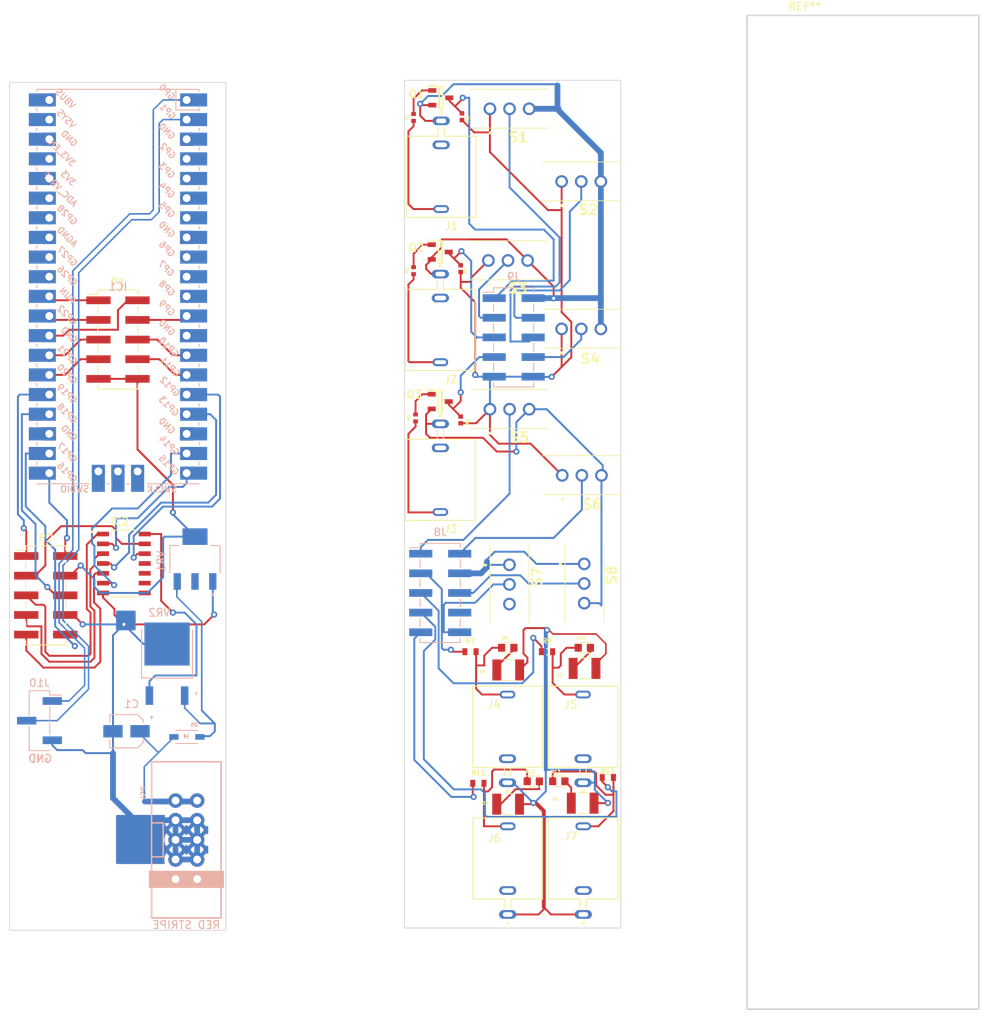
<source format=kicad_pcb>
(kicad_pcb (version 20211014) (generator pcbnew)
  (layers (0 "F.Cu" signal) (31 "B.Cu" signal) (34 "B.Paste" user) (35 "F.Paste" user) (36 "B.SilkS" user "B.Silkscreen") (37 "F.SilkS" user "F.Silkscreen") (38 "B.Mask" user) (39 "F.Mask" user) (44 "Edge.Cuts" user))
  (net 0 "")
  (net 1 "Ground")
  (net 2 "Power")
  (net 3 "Pico")
  (net 4 "3.3V")
  (net 5 "Bus")
  (net 6 "5V")
  (net 7 "Pico-30")
  (net 8 "Pico-29")
  (net 9 "Pico-27")
  (net 10 "Pico-26")
  (net 11 "Pico-25")
  (net 12 "Pico-24")
  (net 13 "Pico-22")
  (net 14 "Pico-21")
  (net 15 "Pico-12")
  (net 16 "Pico-14")
  (net 17 "Pico-15")
  (net 18 "Pico-16")
  (net 19 "Pico-17")
  (net 20 "Pico-19")
  (net 21 "Pico-20")
  (net 22 "Bus-20")
  (net 23 "Bus-17")
  (net 24 "Bus-19")
  (net 25 "Bus-16")
  (net 26 "i2c-SDA")
  (net 27 "i2c-SCL")
  (footprint "Import Library:RESC1608X50N" (layer "F.Cu") (at 160.688577 107.161731)
    (fp_text reference "R10")
    (fp_text value "RESC1608X50N" hide)
  )
  (footprint "Import Library:Out Resist-RES_ERJPA3D1001V" (layer "F.Cu") (at 146.972577 124.687731)
    (fp_text reference "R11")
    (fp_text value "Out Resist-RES_ERJPA3D1001V" hide)
  )
  (footprint "Import Library:200MSP3T1B1M2QEH" (layer "F.Cu") (at 157.827746 84.864079)
    (fp_text reference "S6")
    (fp_text value "200MSP3T1B1M2QEH" hide)
  )
  (footprint "Import Library:200MSP3T1B1M2QEH" (layer "F.Cu") (at 160.676881 96.317504 -90)
    (fp_text reference "S8")
    (fp_text value "200MSP3T1B1M2QEH" hide)
  )
  (footprint "MountingHole:MountingHole_5mm" (layer "F.Cu") (at 196.39639 57.314811)
    (fp_text reference "REF**" hide)
    (fp_text value "MountingHole_5mm")
  )
  (footprint "Import Library:MMBT3904215 " (layer "F.Cu") (at 142.03362 75.326308)
    (fp_text reference "Q3")
    (fp_text value "MMBT3904215 " hide)
  )
  (footprint "Import Library:200MSP3T1B1M2QEH" (layer "F.Cu") (at 148.475749 76.32062)
    (fp_text reference "S5")
    (fp_text value "200MSP3T1B1M2QEH" hide)
  )
  (footprint "Import Library:LED-APD3224SURCK-F01" (layer "F.Cu") (at 160.472887 127.257323)
    (fp_text reference "D4")
    (fp_text value "LED-APD3224SURCK-F01" hide)
  )
  (footprint "Import Library:LED-APD3224SURCK-F01" (layer "F.Cu") (at 160.716562 109.833782)
    (fp_text reference "D2")
    (fp_text value "LED-APD3224SURCK-F01" hide)
  )
  (footprint "Import Library:200MSP3T1B1M2QEH" (layer "F.Cu") (at 148.470256 37.466944)
    (fp_text reference "S1")
    (fp_text value "200MSP3T1B1M2QEH" hide)
  )
  (footprint "Import Library:MMBT3904215 " (layer "F.Cu") (at 142.036422 55.991204)
    (fp_text reference "Q2")
    (fp_text value "MMBT3904215 " hide)
  )
  (footprint "Import Library:RESC1608X50N" (layer "F.Cu") (at 154.084577 124.433731)
    (fp_text reference "R12")
    (fp_text value "RESC1608X50N" hide)
  )
  (footprint "Import Library:200MSP3T1B1M2QEH" (layer "F.Cu") (at 150.994333 96.434161 -90)
    (fp_text reference "S7")
    (fp_text value "200MSP3T1B1M2QEH" hide)
  )
  (footprint "Import Library:THONK_PJ398SM-12" (layer "F.Cu") (at 142.058418 84.691051 180)
    (fp_text reference "J3")
    (fp_text value "PJ3410" hide)
  )
  (footprint "Import Library:200MSP3T1B1M2QEH" (layer "F.Cu") (at 148.268116 57.084377)
    (fp_text reference "S3")
    (fp_text value "200MSP3T1B1M2QEH" hide)
  )
  (footprint "MountingHole:MountingHole_5mm" (layer "F.Cu") (at 205.87301 66.021366)
    (fp_text reference "REF**" hide)
    (fp_text value "MountingHole_5mm")
  )
  (footprint "Import Library:Out Resist-RES_ERJPA3D1001V" (layer "F.Cu") (at 163.736577 123.925731)
    (fp_text reference "R14")
    (fp_text value "Out Resist-RES_ERJPA3D1001V" hide)
  )
  (footprint "Import Library:LED-APD3224SURCK-F01" (layer "F.Cu") (at 150.841739 110.031278)
    (fp_text reference "D1")
    (fp_text value "LED-APD3224SURCK-F01" hide)
  )
  (footprint "Import Library:RES10k_CRGCQ0402F10K" (layer "F.Cu") (at 144.848475 38.489629 -90)
    (fp_text reference "R2")
    (fp_text value "RES10k_CRGCQ0402F10K" hide)
  )
  (footprint "Import Library:THONK_PJ398SM-12" (layer "F.Cu") (at 142.15889 45.510842 180)
    (fp_text reference "J1")
    (fp_text value "PJ3410" hide)
  )
  (footprint "Import Library:RESC1608X50N" (layer "F.Cu") (at 150.782577 107.161731)
    (fp_text reference "R8")
    (fp_text value "RESC1608X50N" hide)
  )
  (footprint "MountingHole:MountingHole_5mm" (layer "F.Cu") (at 205.87301 47.152747)
    (fp_text reference "REF**" hide)
    (fp_text value "MountingHole_5mm")
  )
  (footprint "Connector_PinHeader_2.54mm:PinHeader_2x05_P2.54mm_Vertical_SMD" (layer "F.Cu") (at 100.33 67.31)
    (fp_text reference "P1")
    (fp_text value "PinHeader_2x05_P2.54mm_Vertical_SMD" hide)
  )
  (footprint "MountingHole:MountingHole_6mm" (layer "F.Cu") (at 196.342 118.364)
    (fp_text reference "REF**" hide)
    (fp_text value "MountingHole_6mm")
  )
  (footprint "MountingHole:MountingHole_6mm" (layer "F.Cu") (at 187.58501 45.955366)
    (fp_text reference "REF**" hide)
    (fp_text value "MountingHole_6mm")
  )
  (footprint "MountingHole:MountingHole_5mm" (layer "F.Cu") (at 206.268001 99.081188)
    (fp_text reference "REF**" hide)
    (fp_text value "MountingHole_5mm")
  )
  (footprint "Import Library:In Resist-ERJ-2RKF1003X" (layer "F.Cu") (at 138.844577 77.443731 90)
    (fp_text reference "R5")
    (fp_text value "In Resist-ERJ-2RKF1003X" hide)
  )
  (footprint "MountingHole:MountingHole_6mm" (layer "F.Cu") (at 187.65411 65.551989)
    (fp_text reference "REF**" hide)
    (fp_text value "MountingHole_6mm")
  )
  (footprint "Import Library:RES10k_CRGCQ0402F10K" (layer "F.Cu") (at 144.686577 77.697731 -90)
    (fp_text reference "R6")
    (fp_text value "RES10k_CRGCQ0402F10K" hide)
  )
  (footprint "Import Library:MC74ACT05DG" (layer "F.Cu") (at 101.092 96.266)
    (fp_text reference "IC2")
    (fp_text value "MC74ACT05DG" hide)
  )
  (footprint "MountingHole:MountingHole_6mm" (layer "F.Cu") (at 187.657428 84.926417)
    (fp_text reference "REF**" hide)
    (fp_text value "MountingHole_6mm")
  )
  (footprint "MountingHole:MountingHole_5mm" (layer "F.Cu") (at 196.611907 76.51901)
    (fp_text reference "REF**" hide)
    (fp_text value "MountingHole_5mm")
  )
  (footprint "Import Library:Out Resist-RES_ERJPA3D1001V" (layer "F.Cu") (at 145.956577 107.669731)
    (fp_text reference "R7")
    (fp_text value "Out Resist-RES_ERJPA3D1001V" hide)
  )
  (footprint "Import Library:THONK_PJ398SM-12" (layer "F.Cu") (at 150.774552 135.170265)
    (fp_text reference "J6")
    (fp_text value "PJ3410" hide)
  )
  (footprint "MountingHole:MountingHole_6mm" (layer "F.Cu") (at 206.151175 135.405631)
    (fp_text reference "REF**" hide)
    (fp_text value "MountingHole_6mm")
  )
  (footprint "Import Library:THONK_PJ398SM-12" (layer "F.Cu") (at 150.74299 118.128634)
    (fp_text reference "J4")
    (fp_text value "PJ3410" hide)
  )
  (footprint "MountingHole:MountingHole_6mm" (layer "F.Cu") (at 196.373562 135.405631)
    (fp_text reference "REF**" hide)
    (fp_text value "MountingHole_6mm")
  )
  (footprint "Import Library:In Resist-ERJ-2RKF1003X" (layer "F.Cu") (at 138.590577 38.581731 90)
    (fp_text reference "R1")
    (fp_text value "In Resist-ERJ-2RKF1003X" hide)
  )
  (footprint "Import Library:200MSP3T1B1M2QEH" (layer "F.Cu") (at 157.751676 46.872117)
    (fp_text reference "S2")
    (fp_text value "200MSP3T1B1M2QEH" hide)
  )
  (footprint "Import Library:THONK_PJ398SM-12" (layer "F.Cu") (at 160.552165 135.170265)
    (fp_text reference "J7")
    (fp_text value "PJ3410" hide)
  )
  (footprint "MountingHole:MountingHole_3.2mm_M3" (layer "F.Cu") (at 189.23 28.448)
    (fp_text reference "REF**")
    (fp_text value "MountingHole_3.2mm_M3")
  )
  (footprint "Import Library:MMBT3904215 " (layer "F.Cu") (at 142.117505 36.044917)
    (fp_text reference "Q1")
    (fp_text value "MMBT3904215 " hide)
  )
  (footprint "Import Library:THONK_PJ398SM-12" (layer "F.Cu") (at 160.519066 118.128634)
    (fp_text reference "J5")
    (fp_text value "PJ3410" hide)
  )
  (footprint "MountingHole:MountingHole_6mm" (layer "F.Cu") (at 206.118076 118.364)
    (fp_text reference "REF**" hide)
    (fp_text value "MountingHole_6mm")
  )
  (footprint "MountingHole:MountingHole_5mm" (layer "F.Cu") (at 196.610118 99.199887)
    (fp_text reference "REF**" hide)
    (fp_text value "MountingHole_5mm")
  )
  (footprint "Import Library:Out Resist-RES_ERJPA3D1001V" (layer "F.Cu") (at 155.862577 107.669731)
    (fp_text reference "R9")
    (fp_text value "Out Resist-RES_ERJPA3D1001V" hide)
  )
  (footprint "Import Library:In Resist-ERJ-2RKF1003X" (layer "F.Cu") (at 138.590577 58.393731 90)
    (fp_text reference "R3")
    (fp_text value "In Resist-ERJ-2RKF1003X" hide)
  )
  (footprint "Import Library:LED-APD3224SURCK-F01" (layer "F.Cu") (at 150.827959 127.390817)
    (fp_text reference "D3")
    (fp_text value "LED-APD3224SURCK-F01" hide)
  )
  (footprint "Import Library:RESC1608X50N" (layer "F.Cu") (at 157.386577 124.433731)
    (fp_text reference "R13")
    (fp_text value "RESC1608X50N" hide)
  )
  (footprint "Connector_PinHeader_2.54mm:PinHeader_2x05_P2.54mm_Vertical_SMD" (layer "F.Cu") (at 90.985338 100.381831)
    (fp_text reference "P2")
    (fp_text value "PinHeader_2x05_P2.54mm_Vertical_SMD" hide)
  )
  (footprint "MountingHole:MountingHole_3.2mm_M3" (layer "F.Cu") (at 189.340477 150.753543)
    (fp_text reference "REF**" hide)
    (fp_text value "MountingHole_3.2mm_M3")
  )
  (footprint "MountingHole:MountingHole_5mm" (layer "F.Cu") (at 205.962518 85.053464)
    (fp_text reference "REF**" hide)
    (fp_text value "MountingHole_5mm")
  )
  (footprint "MountingHole:MountingHole_5mm" (layer "F.Cu") (at 196.615382 37.685664)
    (fp_text reference "REF**" hide)
    (fp_text value "MountingHole_5mm")
  )
  (footprint "Import Library:THONK_PJ398SM-12" (layer "F.Cu") (at 142.0551 65.316623 180)
    (fp_text reference "J2")
    (fp_text value "PJ3410" hide)
  )
  (footprint "Import Library:200MSP3T1B1M2QEH" (layer "F.Cu") (at 157.751676 65.929967)
    (fp_text reference "S4")
    (fp_text value "200MSP3T1B1M2QEH" hide)
  )
  (footprint "Import Library:RES10k_CRGCQ0402F10K" (layer "F.Cu") (at 144.686577 58.139731 -90)
    (fp_text reference "R4")
    (fp_text value "RES10k_CRGCQ0402F10K" hide)
  )
  (footprint "Import Library:VREG_LM1117IMPX-3.3_NOPB" (layer "B.Cu") (at 110.29946 95.692345 90)
    (fp_text reference "VR1")
    (fp_text value "VREG_LM1117IMPX-3.3/NOPB" hide)
  )
  (footprint "Import Library:VREG_L7805CDT-TR" (layer "B.Cu") (at 106.68 109.15 180)
    (fp_text reference "VR2")
    (fp_text value "VREG_L7805CDT-TR" hide)
  )
  (footprint "Connector_PinHeader_2.54mm:PinHeader_1x03_P2.54mm_Vertical_SMD_Pin1Left" (layer "B.Cu") (at 90.17 116.586 180)
    (fp_text reference "J10")
    (fp_text value "PinHeader_1x03_P2.54mm_Vertical_SMD_Pin1Left" hide)
  )
  (footprint "Import Library:RPi_Pico_SMD_TH" (layer "B.Cu") (at 100.33 60.452 180)
    (fp_text reference "IC1")
    (fp_text value "RPi_Pico_SMD_TH")
  )
  (footprint "Import Library:Diode-1N5819HW-7-F " (layer "B.Cu") (at 109.251389 118.690674 180)
    (fp_text reference "D5")
    (fp_text value "SOD3715X145N" hide)
  )
  (footprint "winterbloom:Eurorack_Power_2x5_Shrouded" (layer "B.Cu") (at 107.782775 137.083055 90)
    (fp_text reference "PS1")
    (fp_text value "Eurorack_Power_2x5_Shrouded" hide)
  )
  (footprint "Import Library:CAP_EEE-FT1E220AR" (layer "B.Cu") (at 101.433187 117.960103 180)
    (fp_text reference "C1")
    (fp_text value "CAP_EEE-FT1E220AR" hide)
  )
  (footprint "Connector_PinSocket_2.54mm:PinSocket_2x05_P2.54mm_Vertical_SMD" (layer "B.Cu") (at 151.544577 67.029731 180)
    (fp_text reference "J9")
    (fp_text value "PinSocket_2x05_P2.54mm_Vertical_SMD" hide)
  )
  (footprint "Connector_PinSocket_2.54mm:PinSocket_2x05_P2.54mm_Vertical_SMD" (layer "B.Cu") (at 142.036946 100.076 180)
    (fp_text reference "J8")
    (fp_text value "PinSocket_2x05_P2.54mm_Vertical_SMD" hide)
  )
  (gr_rect (start 86.3 34.062269) (end 114.3 143.686607) (layer "Edge.Cuts") (width 0.1) (fill none))
  (gr_rect (start 137.414 33.782) (end 165.414 143.406338) (layer "Edge.Cuts") (width 0.1) (fill none))
  (gr_rect (start 181.74301 25.393366) (end 211.74301 153.893366) (layer "Edge.Cuts") (width 0.2) (fill none))
  (gr_text "PS1" (at 103.632 125.984 90) (layer "B.SilkS") (effects (font (size 0.6096 0.6096) (thickness 0.127)) (justify mirror)))
  (gr_text "GND" (at 90.272072 121.492715) (layer "B.SilkS") (effects (font (size 1 1) (thickness 0.2)) (justify mirror)))
  (segment (start 151.572577 107.161731) (end 151.572577 107.387731) (width 0.25) (layer "F.Cu") (net 0))
  (segment (start 158.176577 124.433731) (end 158.997887 125.255041) (width 0.25) (layer "F.Cu") (net 0))
  (segment (start 149.857491 127.390817) (end 149.352959 127.390817) (width 0.25) (layer "F.Cu") (net 0))
  (segment (start 159.286526 109.833782) (end 159.241562 109.833782) (width 0.25) (layer "F.Cu") (net 0))
  (segment (start 161.478577 107.641731) (end 159.286526 109.833782) (width 0.25) (layer "F.Cu") (net 0))
  (segment (start 151.572577 107.387731) (end 149.366739 109.593569) (width 0.25) (layer "F.Cu") (net 0))
  (segment (start 154.874577 124.433731) (end 154.846577 124.461731) (width 0.25) (layer "F.Cu") (net 0))
  (segment (start 158.997887 125.255041) (end 158.997887 127.257323) (width 0.25) (layer "F.Cu") (net 0))
  (segment (start 154.846577 124.461731) (end 154.846577 125.449731) (width 0.25) (layer "F.Cu") (net 0))
  (segment (start 151.798577 125.449731) (end 149.857491 127.390817) (width 0.25) (layer "F.Cu") (net 0))
  (segment (start 149.366739 109.593569) (end 149.366739 110.031278) (width 0.25) (layer "F.Cu") (net 0))
  (segment (start 154.846577 125.449731) (end 151.798577 125.449731) (width 0.25) (layer "F.Cu") (net 0))
  (segment (start 161.478577 107.161731) (end 161.478577 107.641731) (width 0.25) (layer "F.Cu") (net 0))
  (segment (start 162.191562 109.214746) (end 163.482577 107.923731) (width 0.2) (layer "F.Cu") (net 1))
  (segment (start 152.302959 127.390817) (end 153.921491 127.390817) (width 0.25) (layer "F.Cu") (net 1))
  (segment (start 140.716 80.01) (end 147.574 80.01) (width 0.25) (layer "F.Cu") (net 1))
  (segment (start 99.873831 102.921831) (end 101.092 104.14) (width 0.25) (layer "F.Cu") (net 1))
  (segment (start 155.699739 59.446107) (end 156.718 60.464368) (width 0.25) (layer "F.Cu") (net 1))
  (segment (start 101.6 62.23) (end 100.33 63.5) (width 0.25) (layer "F.Cu") (net 1))
  (segment (start 163.482577 106.653731) (end 162.212577 105.383731) (width 0.2) (layer "F.Cu") (net 1))
  (segment (start 93.510338 102.921831) (end 94.539831 102.921831) (width 0.25) (layer "F.Cu") (net 1))
  (segment (start 112.776 102.87) (end 111.506 104.14) (width 0.25) (layer "F.Cu") (net 1))
  (segment (start 99.873831 102.159831) (end 99.873831 102.921831) (width 0.25) (layer "F.Cu") (net 1))
  (segment (start 139.446 38.354) (end 139.446 36.83) (width 0.25) (layer "F.Cu") (net 1))
  (segment (start 152.814577 107.923731) (end 153.322577 108.431731) (width 0.25) (layer "F.Cu") (net 1))
  (segment (start 153.348116 57.084377) (end 155.699739 59.436) (width 0.25) (layer "F.Cu") (net 1))
  (segment (start 140.122842 39.030842) (end 139.446 38.354) (width 0.25) (layer "F.Cu") (net 1))
  (segment (start 153.921491 127.390817) (end 154.084577 127.227731) (width 0.25) (layer "F.Cu") (net 1))
  (segment (start 140.936422 56.941204) (end 140.936422 56.675578) (width 0.25) (layer "F.Cu") (net 1))
  (segment (start 162.212577 105.383731) (end 156.624577 105.383731) (width 0.2) (layer "F.Cu") (net 1))
  (segment (start 163.706985 127.257323) (end 163.736577 127.227731) (width 0.25) (layer "F.Cu") (net 1))
  (segment (start 156.116577 104.875731) (end 155.862577 104.875731) (width 0.2) (layer "F.Cu") (net 1))
  (segment (start 163.482577 107.923731) (end 163.482577 106.653731) (width 0.2) (layer "F.Cu") (net 1))
  (segment (start 98.392 100.678) (end 99.873831 102.159831) (width 0.25) (layer "F.Cu") (net 1))
  (segment (start 102.855 62.23) (end 101.6 62.23) (width 0.25) (layer "F.Cu") (net 1))
  (segment (start 140.878623 58.836623) (end 140.208 58.166) (width 0.25) (layer "F.Cu") (net 1))
  (segment (start 94.539831 102.921831) (end 95.758 104.14) (width 0.25) (layer "F.Cu") (net 1))
  (segment (start 152.814577 104.875731) (end 152.814577 107.923731) (width 0.25) (layer "F.Cu") (net 1))
  (segment (start 149.352 81.788) (end 151.892 81.788) (width 0.25) (layer "F.Cu") (net 1))
  (segment (start 139.610917 36.994917) (end 139.446 36.83) (width 0.25) (layer "F.Cu") (net 1))
  (segment (start 156.624577 105.383731) (end 156.116577 104.875731) (width 0.2) (layer "F.Cu") (net 1))
  (segment (start 140.93362 76.276308) (end 140.208 77.001928) (width 0.25) (layer "F.Cu") (net 1))
  (segment (start 153.068577 104.621731) (end 152.814577 104.875731) (width 0.25) (layer "F.Cu") (net 1))
  (segment (start 160.552165 141.650265) (end 156.382265 141.650265) (width 0.25) (layer "F.Cu") (net 1))
  (segment (start 155.608577 104.621731) (end 153.068577 104.621731) (width 0.25) (layer "F.Cu") (net 1))
  (segment (start 142.24 54.356) (end 150.619739 54.356) (width 0.25) (layer "F.Cu") (net 1))
  (segment (start 140.208 57.669626) (end 140.936422 56.941204) (width 0.25) (layer "F.Cu") (net 1))
  (segment (start 150.619739 54.356) (end 153.348116 57.084377) (width 0.25) (layer "F.Cu") (net 1))
  (segment (start 141.017505 36.994917) (end 139.610917 36.994917) (width 0.25) (layer "F.Cu") (net 1))
  (segment (start 155.448 140.97) (end 155.448 140.716) (width 0.25) (layer "F.Cu") (net 1))
  (segment (start 93.98 66.04) (end 93.218 66.802) (width 0.25) (layer "F.Cu") (net 1))
  (segment (start 142.058418 78.211051) (end 140.228949 78.211051) (width 0.25) (layer "F.Cu") (net 1))
  (segment (start 142.0551 58.836623) (end 140.878623 58.836623) (width 0.25) (layer "F.Cu") (net 1))
  (segment (start 147.574 80.01) (end 149.352 81.788) (width 0.25) (layer "F.Cu") (net 1))
  (segment (start 140.208 77.001928) (end 140.208 78.232) (width 0.25) (layer "F.Cu") (net 1))
  (segment (start 100.33 63.5) (end 100.33 66.04) (width 0.25) (layer "F.Cu") (net 1))
  (segment (start 142.15889 39.030842) (end 140.122842 39.030842) (width 0.25) (layer "F.Cu") (net 1))
  (segment (start 111.506 104.14) (end 101.092 104.14) (width 0.25) (layer "F.Cu") (net 1))
  (segment (start 156.382265 141.650265) (end 155.448 140.716) (width 0.25) (layer "F.Cu") (net 1))
  (segment (start 140.228949 78.211051) (end 140.208 78.232) (width 0.25) (layer "F.Cu") (net 1))
  (segment (start 98.392 100.076) (end 98.392 100.678) (width 0.25) (layer "F.Cu") (net 1))
  (segment (start 161.947887 127.257323) (end 163.706985 127.257323) (width 0.25) (layer "F.Cu") (net 1))
  (segment (start 93.218 66.802) (end 91.44 66.802) (width 0.25) (layer "F.Cu") (net 1))
  (segment (start 156.718 60.464368) (end 156.718 61.976) (width 0.25) (layer "F.Cu") (net 1))
  (segment (start 155.448 128.27) (end 154.405731 127.227731) (width 0.5) (layer "F.Cu") (net 1))
  (segment (start 155.862577 104.875731) (end 155.608577 104.621731) (width 0.25) (layer "F.Cu") (net 1))
  (segment (start 155.448 140.716) (end 155.448 128.27) (width 0.5) (layer "F.Cu") (net 1))
  (segment (start 140.208 79.502) (end 140.716 80.01) (width 0.25) (layer "F.Cu") (net 1))
  (segment (start 155.699739 59.436) (end 155.699739 59.446107) (width 0.25) (layer "F.Cu") (net 1))
  (segment (start 140.208 58.166) (end 140.208 57.669626) (width 0.25) (layer "F.Cu") (net 1))
  (segment (start 154.767735 141.650265) (end 155.448 140.97) (width 0.25) (layer "F.Cu") (net 1))
  (segment (start 140.936422 56.675578) (end 142.24 55.372) (width 0.25) (layer "F.Cu") (net 1))
  (segment (start 150.774552 141.650265) (end 154.767735 141.650265) (width 0.25) (layer "F.Cu") (net 1))
  (segment (start 140.208 78.232) (end 140.208 79.502) (width 0.25) (layer "F.Cu") (net 1))
  (segment (start 154.405731 127.227731) (end 154.084577 127.227731) (width 0.25) (layer "F.Cu") (net 1))
  (segment (start 100.33 66.04) (end 93.98 66.04) (width 0.25) (layer "F.Cu") (net 1))
  (segment (start 153.322577 108.431731) (end 153.322577 109.02544) (width 0.25) (layer "F.Cu") (net 1))
  (segment (start 153.322577 109.02544) (end 152.316739 110.031278) (width 0.25) (layer "F.Cu") (net 1))
  (segment (start 142.24 55.372) (end 142.24 54.356) (width 0.25) (layer "F.Cu") (net 1))
  (segment (start 162.191562 109.833782) (end 162.191562 109.214746) (width 0.2) (layer "F.Cu") (net 1))
  (via (at 163.736577 127.227731) (size 0.8) (drill 0.4) (layers "F.Cu" "B.Cu") (net 1))
  (via (at 151.892 81.788) (size 0.8) (drill 0.4) (layers "F.Cu" "B.Cu") (net 1))
  (via (at 154.084577 127.227731) (size 0.8) (drill 0.4) (layers "F.Cu" "B.Cu") (net 1))
  (via (at 139.446 36.83) (size 0.8) (drill 0.4) (layers "F.Cu" "B.Cu") (net 1))
  (via (at 155.862577 104.875731) (size 0.8) (drill 0.4) (layers "F.Cu" "B.Cu") (net 1))
  (via (at 101.092 104.14) (size 0.8) (drill 0.4) (layers "F.Cu" "B.Cu") (net 1))
  (via (at 95.758 104.14) (size 0.8) (drill 0.4) (layers "F.Cu" "B.Cu") (net 1))
  (via (at 156.718 61.976) (size 0.8) (drill 0.4) (layers "F.Cu" "B.Cu") (net 1))
  (via (at 112.776 102.87) (size 0.8) (drill 0.4) (layers "F.Cu" "B.Cu") (net 1))
  (segment (start 151.892 81.788) (end 151.892 77.984369) (width 0.25) (layer "B.Cu") (net 1))
  (segment (start 99.683187 105.548813) (end 99.683187 117.960103) (width 0.25) (layer "B.Cu") (net 1))
  (segment (start 154.084577 127.227731) (end 154.204269 127.227731) (width 0.25) (layer "B.Cu") (net 1))
  (segment (start 95.758 104.14) (end 101.092 104.14) (width 0.25) (layer "B.Cu") (net 1))
  (segment (start 162.831676 46.872117) (end 162.831676 62.720324) (width 0.75) (layer "B.Cu") (net 1))
  (segment (start 162.831676 65.929967) (end 162.831676 62.144886) (width 0.75) (layer "B.Cu") (net 1))
  (segment (start 107.782775 132.003055) (end 107.782775 129.463055) (width 0.75) (layer "B.Cu") (net 1))
  (segment (start 163.068 83.566) (end 163.068 84.703825) (width 0.25) (layer "B.Cu") (net 1))
  (segment (start 103.632 106.68) (end 106.68 106.68) (width 0.25) (layer "B.Cu") (net 1))
  (segment (start 107.782775 134.543055) (end 107.782775 132.003055) (width 0.75) (layer "B.Cu") (net 1))
  (segment (start 162.052 125.543154) (end 162.052 124.714) (width 0.25) (layer "B.Cu") (net 1))
  (segment (start 162.907746 84.864079) (end 162.907746 101.693746) (width 0.25) (layer "B.Cu") (net 1))
  (segment (start 153.555749 76.32062) (end 155.82262 76.32062) (width 0.25) (layer "B.Cu") (net 1))
  (segment (start 95.758 120.396) (end 92.456 120.396) (width 0.25) (layer "B.Cu") (net 1))
  (segment (start 163.736577 127.227731) (end 162.052 125.543154) (width 0.25) (layer "B.Cu") (net 1))
  (segment (start 99.683187 126.607187) (end 102.539055 129.463055) (width 0.75) (layer "B.Cu") (net 1))
  (segment (start 99.683187 120.788813) (end 99.683187 126.607187) (width 0.75) (layer "B.Cu") (net 1))
  (segment (start 143.764 34.29) (end 157.226 34.29) (width 0.25) (layer "B.Cu") (net 1))
  (segment (start 161.544 122.936) (end 155.702 122.936) (width 0.25) (layer "B.Cu") (net 1))
  (segment (start 151.892 77.984369) (end 153.555749 76.32062) (width 0.25) (layer "B.Cu") (net 1))
  (segment (start 140.462 35.814) (end 142.24 35.814) (width 0.25) (layer "B.Cu") (net 1))
  (segment (start 157.210109 34.449371) (end 157.210109 37.531809) (width 0.75) (layer "B.Cu") (net 1))
  (segment (start 107.782775 132.003055) (end 110.576775 132.003055) (width 0.75) (layer "B.Cu") (net 1))
  (segment (start 99.683187 117.960103) (end 99.683187 120.788813) (width 0.25) (layer "B.Cu") (net 1))
  (segment (start 102.539055 129.463055) (end 107.782775 129.463055) (width 0.75) (layer "B.Cu") (net 1))
  (segment (start 101.092 104.14) (end 99.683187 105.548813) (width 0.25) (layer "B.Cu") (net 1))
  (segment (start 112.59946 98.592345) (end 112.59946 102.69346) (width 0.25) (layer "B.Cu") (net 1))
  (segment (start 139.446 36.83) (end 140.462 35.814) (width 0.25) (layer "B.Cu") (net 1))
  (segment (start 110.576775 134.543055) (end 107.782775 134.543055) (width 0.75) (layer "B.Cu") (net 1))
  (segment (start 162.831676 43.153376) (end 162.831676 46.872117) (width 0.75) (layer "B.Cu") (net 1))
  (segment (start 101.092 104.14) (end 103.632 106.68) (width 0.25) (layer "B.Cu") (net 1))
  (segment (start 155.702 125.73) (end 155.702 122.936) (width 0.25) (layer "B.Cu") (net 1))
  (segment (start 91.825 119.765) (end 91.825 119.126) (width 0.25) (layer "B.Cu") (net 1))
  (segment (start 162.052 123.444) (end 161.544 122.936) (width 0.25) (layer "B.Cu") (net 1))
  (segment (start 145.092665 102.616) (end 144.556946 102.616) (width 0.25) (layer "B.Cu") (net 1))
  (segment (start 155.702 105.036308) (end 155.862577 104.875731) (width 0.5) (layer "B.Cu") (net 1))
  (segment (start 155.702 122.936) (end 155.702 105.036308) (width 0.5) (layer "B.Cu") (net 1))
  (segment (start 160.519066 124.608634) (end 161.946634 124.608634) (width 0.25) (layer "B.Cu") (net 1))
  (segment (start 161.946634 124.608634) (end 162.052 124.714) (width 0.25) (layer "B.Cu") (net 1))
  (segment (start 150.74299 124.608634) (end 151.46548 124.608634) (width 0.25) (layer "B.Cu") (net 1))
  (segment (start 110.576775 132.003055) (end 110.576775 134.543055) (width 0.75) (layer "B.Cu") (net 1))
  (segment (start 155.82262 76.32062) (end 163.068 83.566) (width 0.25) (layer "B.Cu") (net 1))
  (segment (start 162.907746 101.693746) (end 162.611504 101.397504) (width 0.25) (layer "B.Cu") (net 1))
  (segment (start 153.550256 37.466944) (end 157.354944 37.466944) (width 0.75) (layer "B.Cu") (net 1))
  (segment (start 110.576775 129.463055) (end 110.576775 132.003055) (width 0.75) (layer "B.Cu") (net 1))
  (segment (start 162.052 124.714) (end 162.052 123.444) (width 0.25) (layer "B.Cu") (net 1))
  (segment (start 157.210109 37.531809) (end 162.831676 43.153376) (width 0.75) (layer "B.Cu") (net 1))
  (segment (start 112.59946 102.69346) (end 112.776 102.87) (width 0.25) (layer "B.Cu") (net 1))
  (segment (start 151.46548 124.608634) (end 154.084577 127.227731) (width 0.25) (layer "B.Cu") (net 1))
  (segment (start 142.24 35.814) (end 143.764 34.29) (width 0.25) (layer "B.Cu") (net 1))
  (segment (start 154.204269 127.227731) (end 155.702 125.73) (width 0.25) (layer "B.Cu") (net 1))
  (segment (start 96.150813 120.788813) (end 99.683187 120.788813) (width 0.25) (layer "B.Cu") (net 1))
  (segment (start 107.782775 129.463055) (end 110.576775 129.463055) (width 0.75) (layer "B.Cu") (net 1))
  (segment (start 96.150813 120.788813) (end 95.758 120.396) (width 0.25) (layer "B.Cu") (net 1))
  (segment (start 92.456 120.396) (end 91.825 119.765) (width 0.25) (layer "B.Cu") (net 1))
  (segment (start 163.068 84.703825) (end 162.907746 84.864079) (width 0.25) (layer "B.Cu") (net 1))
  (segment (start 162.636521 61.949731) (end 154.064577 61.949731) (width 0.75) (layer "B.Cu") (net 1))
  (segment (start 162.611504 101.397504) (end 160.676881 101.397504) (width 0.25) (layer "B.Cu") (net 1))
  (segment (start 111.252 115.316) (end 111.169312 115.233312) (width 0.2) (layer "B.Cu") (net 2))
  (segment (start 107.571389 118.716723) (end 105.566417 120.721695) (width 0.2) (layer "B.Cu") (net 2))
  (segment (start 107.95 98.641805) (end 107.99946 98.592345) (width 0.2) (layer "B.Cu") (net 2))
  (segment (start 105.566417 120.721695) (end 103.183187 118.338465) (width 0.2) (layer "B.Cu") (net 2))
  (segment (start 107.833 127.04) (end 110.627 127.04) (width 0.75) (layer "B.Cu") (net 2))
  (segment (start 112.865797 117.964227) (end 112.865797 116.969009) (width 0.25) (layer "B.Cu") (net 2))
  (segment (start 103.813815 127.04) (end 107.833 127.04) (width 0.75) (layer "B.Cu") (net 2))
  (segment (start 108.96 114.942392) (end 108.96 113.35) (width 0.2) (layer "B.Cu") (net 2))
  (segment (start 103.731721 127.122094) (end 103.731721 122.556391) (width 0.2) (layer "B.Cu") (net 2))
  (segment (start 107.95 100.584) (end 107.95 98.641805) (width 0.2) (layer "B.Cu") (net 2))
  (segment (start 103.183187 118.338465) (end 103.183187 117.960103) (width 0.2) (layer "B.Cu") (net 2))
  (segment (start 112.240012 118.590012) (end 111.279988 118.590012) (width 0.25) (layer "B.Cu") (net 2))
  (segment (start 110.965912 116.948304) (end 108.96 114.942392) (width 0.2) (layer "B.Cu") (net 2))
  (segment (start 103.731721 127.122094) (end 103.813815 127.04) (width 0.2) (layer "B.Cu") (net 2))
  (segment (start 103.731721 122.556391) (end 105.566417 120.721695) (width 0.2) (layer "B.Cu") (net 2))
  (segment (start 111.169312 103.803312) (end 107.95 100.584) (width 0.2) (layer "B.Cu") (net 2))
  (segment (start 112.240012 118.590012) (end 112.865797 117.964227) (width 0.25) (layer "B.Cu") (net 2))
  (segment (start 112.845092 116.948304) (end 110.965912 116.948304) (width 0.25) (layer "B.Cu") (net 2))
  (segment (start 111.252 115.355212) (end 112.845092 116.948304) (width 0.25) (layer "B.Cu") (net 2))
  (segment (start 111.169312 115.233312) (end 111.169312 103.803312) (width 0.2) (layer "B.Cu") (net 2))
  (segment (start 138.590577 36.161423) (end 139.657083 35.094917) (width 0.25) (layer "F.Cu") (net 3))
  (segment (start 138.844577 76.998731) (end 138.844577 75.277423) (width 0.25) (layer "F.Cu") (net 3))
  (segment (start 139.745692 74.376308) (end 140.93362 74.376308) (width 0.25) (layer "F.Cu") (net 3))
  (segment (start 138.590577 57.948731) (end 138.590577 56.227423) (width 0.25) (layer "F.Cu") (net 3))
  (segment (start 138.590577 38.136731) (end 138.590577 36.161423) (width 0.25) (layer "F.Cu") (net 3))
  (segment (start 138.590577 56.227423) (end 139.776796 55.041204) (width 0.25) (layer "F.Cu") (net 3))
  (segment (start 139.776796 55.041204) (end 140.936422 55.041204) (width 0.25) (layer "F.Cu") (net 3))
  (segment (start 138.844577 75.277423) (end 139.745692 74.376308) (width 0.25) (layer "F.Cu") (net 3))
  (segment (start 139.657083 35.094917) (end 141.017505 35.094917) (width 0.25) (layer "F.Cu") (net 3))
  (via (at 144.686577 74.141731) (size 0.8) (drill 0.4) (layers "F.Cu" "B.Cu") (net 3))
  (via (at 99.822 96.774) (size 0.8) (drill 0.4) (layers "F.Cu" "B.Cu") (net 3))
  (via (at 91.186 99.314) (size 0.8) (drill 0.4) (layers "F.Cu" "B.Cu") (net 3))
  (via (at 88.138 91.694) (size 0.8) (drill 0.4) (layers "F.Cu" "B.Cu") (net 3))
  (via (at 93.726 92.964) (size 0.8) (drill 0.4) (layers "F.Cu" "B.Cu") (net 3))
  (via (at 100.076 94.234) (size 0.8) (drill 0.4) (layers "F.Cu" "B.Cu") (net 3))
  (via (at 94.742 106.934) (size 0.8) (drill 0.4) (layers "F.Cu" "B.Cu") (net 3))
  (via (at 102.362 95.504) (size 0.8) (drill 0.4) (layers "F.Cu" "B.Cu") (net 3))
  (via (at 99.822 99.06) (size 0.8) (drill 0.4) (layers "F.Cu" "B.Cu") (net 3))
  (via (at 144.940577 36.041731) (size 0.8) (drill 0.4) (layers "F.Cu" "B.Cu") (net 3))
  (via (at 144.78 55.88) (size 0.8) (drill 0.4) (layers "F.Cu" "B.Cu") (net 3))
  (segment (start 148.268116 57.084377) (end 146.05 59.302493) (width 0.25) (layer "F.Cu") (net 4))
  (segment (start 159.004 65.024) (end 159.004 69.596) (width 0.25) (layer "F.Cu") (net 4))
  (segment (start 146.05 59.302493) (end 146.05 59.69) (width 0.25) (layer "F.Cu") (net 4))
  (segment (start 144.686577 58.574731) (end 144.686577 59.850577) (width 0.25) (layer "F.Cu") (net 4))
  (segment (start 144.686577 59.850577) (end 144.686577 60.612577) (width 0.25) (layer "F.Cu") (net 4))
  (segment (start 107.442 89.662) (end 107.442 86.106) (width 0.25) (layer "F.Cu") (net 4))
  (segment (start 157.751676 63.771676) (end 159.004 65.024) (width 0.25) (layer "F.Cu") (net 4))
  (segment (start 148.470256 37.466944) (end 148.470256 40.520256) (width 0.25) (layer "F.Cu") (net 4))
  (segment (start 148.470256 40.520256) (end 148.470256 43.060256) (width 0.25) (layer "F.Cu") (net 4))
  (segment (start 144.686577 78.132731) (end 146.663638 78.132731) (width 0.25) (layer "F.Cu") (net 4))
  (segment (start 102.855 81.519) (end 102.855 72.39) (width 0.25) (layer "F.Cu") (net 4))
  (segment (start 157.827746 84.864079) (end 153.735667 80.772) (width 0.25) (layer "F.Cu") (net 4))
  (segment (start 146.05 40.132) (end 146.438256 40.520256) (width 0.25) (layer "F.Cu") (net 4))
  (segment (start 159.004 69.596) (end 157.751676 70.848324) (width 0.25) (layer "F.Cu") (net 4))
  (segment (start 157.751676 65.929967) (end 157.751676 70.848324) (width 0.25) (layer "F.Cu") (net 4))
  (segment (start 146.558 62.484) (end 146.558 71.882) (width 0.25) (layer "F.Cu") (net 4))
  (segment (start 97.805 72.39) (end 102.855 72.39) (width 0.25) (layer "F.Cu") (net 4))
  (segment (start 107.442 86.106) (end 102.855 81.519) (width 0.25) (layer "F.Cu") (net 4))
  (segment (start 93.510338 97.841831) (end 94.182169 97.841831) (width 0.25) (layer "F.Cu") (net 4))
  (segment (start 157.751676 46.872117) (end 157.751676 50.563676) (width 0.25) (layer "F.Cu") (net 4))
  (segment (start 149.606 80.772) (end 148.475749 79.641749) (width 0.25) (layer "F.Cu") (net 4))
  (segment (start 107.442 86.106) (end 102.87 81.534) (width 0.25) (layer "F.Cu") (net 4))
  (segment (start 144.848475 38.924629) (end 146.05 40.126154) (width 0.25) (layer "F.Cu") (net 4))
  (segment (start 146.05 61.976) (end 146.558 62.484) (width 0.25) (layer "F.Cu") (net 4))
  (segment (start 146.05 59.69) (end 145.889423 59.850577) (width 0.25) (layer "F.Cu") (net 4))
  (segment (start 144.686577 60.612577) (end 146.05 61.976) (width 0.25) (layer "F.Cu") (net 4))
  (segment (start 155.973676 50.563676) (end 157.751676 50.563676) (width 0.25) (layer "F.Cu") (net 4))
  (segment (start 148.470256 43.060256) (end 155.973676 50.563676) (width 0.25) (layer "F.Cu") (net 4))
  (segment (start 146.438256 40.520256) (end 148.470256 40.520256) (width 0.25) (layer "F.Cu") (net 4))
  (segment (start 146.663638 78.132731) (end 148.475749 76.32062) (width 0.25) (layer "F.Cu") (net 4))
  (segment (start 146.05 40.126154) (end 146.05 40.132) (width 0.25) (layer "F.Cu") (net 4))
  (segment (start 94.182169 97.841831) (end 95.504 96.52) (width 0.25) (layer "F.Cu") (net 4))
  (segment (start 157.751676 70.848324) (end 156.464 72.136) (width 0.25) (layer "F.Cu") (net 4))
  (segment (start 153.735667 80.772) (end 149.606 80.772) (width 0.25) (layer "F.Cu") (net 4))
  (segment (start 145.889423 59.850577) (end 144.686577 59.850577) (width 0.25) (layer "F.Cu") (net 4))
  (segment (start 157.751676 50.563676) (end 157.751676 63.771676) (width 0.25) (layer "F.Cu") (net 4))
  (segment (start 148.475749 79.641749) (end 148.475749 76.32062) (width 0.25) (layer "F.Cu") (net 4))
  (via (at 146.558 71.882) (size 0.8) (drill 0.4) (layers "F.Cu" "B.Cu") (net 4))
  (via (at 107.442 89.662) (size 0.8) (drill 0.4) (layers "F.Cu" "B.Cu") (net 4))
  (via (at 156.464 72.136) (size 0.8) (drill 0.4) (layers "F.Cu" "B.Cu") (net 4))
  (via (at 95.504 96.52) (size 0.8) (drill 0.4) (layers "F.Cu" "B.Cu") (net 4))
  (segment (start 106.172 92.964) (end 106.343655 92.792345) (width 0.25) (layer "B.Cu") (net 4))
  (segment (start 107.442 89.916) (end 110.29946 92.77346) (width 0.25) (layer "B.Cu") (net 4))
  (segment (start 148.082 95.758) (end 149.098 94.742) (width 0.25) (layer "B.Cu") (net 4))
  (segment (start 148.082 96.774) (end 147.32 97.536) (width 0.75) (layer "B.Cu") (net 4))
  (segment (start 146.558 71.882) (end 146.785731 72.109731) (width 0.25) (layer "B.Cu") (net 4))
  (segment (start 148.475749 72.658559) (end 149.024577 72.109731) (width 0.25) (layer "B.Cu") (net 4))
  (segment (start 97.282 98.298) (end 97.282 99.314) (width 0.25) (layer "B.Cu") (net 4))
  (segment (start 106.172 98.044) (end 106.172 92.964) (width 0.25) (layer "B.Cu") (net 4))
  (segment (start 156.464 72.136) (end 154.090846 72.136) (width 0.25) (layer "B.Cu") (net 4))
  (segment (start 149.098 94.742) (end 152.908 94.742) (width 0.25) (layer "B.Cu") (net 4))
  (segment (start 152.908 94.742) (end 154.483504 96.317504) (width 0.25) (layer "B.Cu") (net 4))
  (segment (start 147.32 97.536) (end 144.556946 97.536) (width 0.75) (layer "B.Cu") (net 4))
  (segment (start 146.785731 72.109731) (end 149.024577 72.109731) (width 0.25) (layer "B.Cu") (net 4))
  (segment (start 104.14 100.076) (end 106.172 98.044) (width 0.25) (layer "B.Cu") (net 4))
  (segment (start 95.504 96.52) (end 97.282 98.298) (width 0.25) (layer "B.Cu") (net 4))
  (segment (start 110.29946 92.77346) (end 110.29946 92.792345) (width 0.25) (layer "B.Cu") (net 4))
  (segment (start 98.044 100.076) (end 104.14 100.076) (width 0.25) (layer "B.Cu") (net 4))
  (segment (start 149.024577 72.109731) (end 154.064577 72.109731) (width 0.25) (layer "B.Cu") (net 4))
  (segment (start 154.483504 96.317504) (end 160.676881 96.317504) (width 0.25) (layer "B.Cu") (net 4))
  (segment (start 148.082 96.012) (end 148.082 95.758) (width 0.25) (layer "B.Cu") (net 4))
  (segment (start 106.343655 92.792345) (end 110.29946 92.792345) (width 0.25) (layer "B.Cu") (net 4))
  (segment (start 154.090846 72.136) (end 154.064577 72.109731) (width 0.25) (layer "B.Cu") (net 4))
  (segment (start 97.282 99.314) (end 98.044 100.076) (width 0.25) (layer "B.Cu") (net 4))
  (segment (start 148.504161 96.434161) (end 150.994333 96.434161) (width 0.25) (layer "B.Cu") (net 4))
  (segment (start 107.442 89.662) (end 107.442 89.916) (width 0.25) (layer "B.Cu") (net 4))
  (segment (start 148.082 96.012) (end 148.504161 96.434161) (width 0.25) (layer "B.Cu") (net 4))
  (segment (start 148.475749 76.32062) (end 148.475749 72.658559) (width 0.25) (layer "B.Cu") (net 4))
  (segment (start 148.082 96.012) (end 148.082 96.774) (width 0.75) (layer "B.Cu") (net 4))
  (via (at 163.736577 125.195731) (size 0.8) (drill 0.4) (layers "F.Cu" "B.Cu") (net 5))
  (via (at 143.416577 107.415731) (size 0.8) (drill 0.4) (layers "F.Cu" "B.Cu") (net 5))
  (via (at 146.354946 126.440169) (size 0.8) (drill 0.4) (layers "F.Cu" "B.Cu") (net 5))
  (via (at 154.084577 105.891731) (size 0.8) (drill 0.4) (layers "F.Cu" "B.Cu") (net 5))
  (segment (start 107.442 102.616) (end 105.918 101.092) (width 0.25) (layer "F.Cu") (net 6))
  (segment (start 105.918 101.092) (end 105.918 92.456) (width 0.25) (layer "F.Cu") (net 6))
  (segment (start 105.918 92.456) (end 103.792 92.456) (width 0.25) (layer "F.Cu") (net 6))
  (via (at 107.442 102.616) (size 0.8) (drill 0.4) (layers "F.Cu" "B.Cu") (net 6))
  (segment (start 105.156 110.744) (end 110.49 110.744) (width 0.25) (layer "B.Cu") (net 6))
  (segment (start 108.966 102.616) (end 107.442 102.616) (width 0.25) (layer "B.Cu") (net 6))
  (segment (start 110.49 110.744) (end 110.49 104.14) (width 0.25) (layer "B.Cu") (net 6))
  (segment (start 104.4 111.5) (end 105.156 110.744) (width 0.25) (layer "B.Cu") (net 6))
  (segment (start 104.4 113.35) (end 104.4 111.5) (width 0.25) (layer "B.Cu") (net 6))
  (segment (start 104.4 113.35) (end 104.46 113.35) (width 0.25) (layer "B.Cu") (net 6))
  (segment (start 110.49 104.14) (end 108.966 102.616) (width 0.25) (layer "B.Cu") (net 6))
  (segment (start 143.947923 37.154077) (end 144.848475 38.054629) (width 0.25) (layer "F.Cu") (net 7))
  (segment (start 137.922 40.386) (end 138.590577 39.717423) (width 0.25) (layer "F.Cu") (net 7))
  (segment (start 138.568842 50.430842) (end 137.922 49.784) (width 0.25) (layer "F.Cu") (net 7))
  (segment (start 137.922 49.784) (end 137.922 40.386) (width 0.25) (layer "F.Cu") (net 7))
  (segment (start 91.948 62.23) (end 91.44 61.722) (width 0.25) (layer "F.Cu") (net 7))
  (segment (start 144.940577 36.161423) (end 144.940577 36.041731) (width 0.25) (layer "F.Cu") (net 7))
  (segment (start 144.937391 36.044917) (end 144.940577 36.041731) (width 0.25) (layer "F.Cu") (net 7))
  (segment (start 143.217505 36.423659) (end 143.947923 37.154077) (width 0.25) (layer "F.Cu") (net 7))
  (segment (start 142.15889 50.430842) (end 138.568842 50.430842) (width 0.25) (layer "F.Cu") (net 7))
  (segment (start 97.805 62.23) (end 91.948 62.23) (width 0.25) (layer "F.Cu") (net 7))
  (segment (start 143.217505 36.044917) (end 143.217505 36.423659) (width 0.25) (layer "F.Cu") (net 7))
  (segment (start 138.590577 39.717423) (end 138.590577 39.026731) (width 0.25) (layer "F.Cu") (net 7))
  (segment (start 143.947923 37.154077) (end 144.940577 36.161423) (width 0.25) (layer "F.Cu") (net 7))
  (segment (start 145.769731 36.041731) (end 144.940577 36.041731) (width 0.25) (layer "B.Cu") (net 7))
  (segment (start 156.718 59.69) (end 156.718 54.356) (width 0.25) (layer "B.Cu") (net 7))
  (segment (start 149.378269 61.949731) (end 149.024577 61.949731) (width 0.25) (layer "B.Cu") (net 7))
  (segment (start 149.024577 61.949731) (end 149.124269 61.949731) (width 0.25) (layer "B.Cu") (net 7))
  (segment (start 146.558 53.086) (end 145.796 52.324) (width 0.25) (layer "B.Cu") (net 7))
  (segment (start 156.718 54.356) (end 155.448 53.086) (width 0.25) (layer "B.Cu") (net 7))
  (segment (start 155.448 53.086) (end 146.558 53.086) (width 0.25) (layer "B.Cu") (net 7))
  (segment (start 145.796 52.324) (end 145.796 36.068) (width 0.25) (layer "B.Cu") (net 7))
  (segment (start 145.796 36.068) (end 145.769731 36.041731) (width 0.25) (layer "B.Cu") (net 7))
  (segment (start 149.124269 61.949731) (end 151.384 59.69) (width 0.25) (layer "B.Cu") (net 7))
  (segment (start 151.384 59.69) (end 156.718 59.69) (width 0.25) (layer "B.Cu") (net 7))
  (segment (start 91.948 64.77) (end 91.44 64.262) (width 0.25) (layer "F.Cu") (net 8))
  (segment (start 97.805 64.77) (end 91.948 64.77) (width 0.25) (layer "F.Cu") (net 8))
  (segment (start 147.066 60.826493) (end 147.066 64.262) (width 0.25) (layer "B.Cu") (net 8))
  (segment (start 147.066 64.262) (end 147.293731 64.489731) (width 0.25) (layer "B.Cu") (net 8))
  (segment (start 150.808116 57.084377) (end 147.066 60.826493) (width 0.25) (layer "B.Cu") (net 8))
  (segment (start 147.293731 64.489731) (end 149.024577 64.489731) (width 0.25) (layer "B.Cu") (net 8))
  (segment (start 144.78 55.88) (end 144.797895 55.862105) (width 0.25) (layer "F.Cu") (net 9))
  (segment (start 142.0551 70.236623) (end 138.054623 70.236623) (width 0.25) (layer "F.Cu") (net 9))
  (segment (start 138.054623 70.236623) (end 137.922 70.104) (width 0.25) (layer "F.Cu") (net 9))
  (segment (start 143.136422 56.154576) (end 143.820923 56.839077) (width 0.25) (layer "F.Cu") (net 9))
  (segment (start 137.922 70.104) (end 137.922 60.198) (width 0.25) (layer "F.Cu") (net 9))
  (segment (start 137.922 60.198) (end 138.590577 59.529423) (width 0.25) (layer "F.Cu") (net 9))
  (segment (start 97.805 67.31) (end 95.504 67.31) (width 0.25) (layer "F.Cu") (net 9))
  (segment (start 144.78 55.88) (end 143.820923 56.839077) (width 0.25) (layer "F.Cu") (net 9))
  (segment (start 143.820923 56.839077) (end 144.686577 57.704731) (width 0.25) (layer "F.Cu") (net 9))
  (segment (start 138.590577 59.529423) (end 138.590577 58.838731) (width 0.25) (layer "F.Cu") (net 9))
  (segment (start 143.136422 55.991204) (end 143.136422 56.154576) (width 0.25) (layer "F.Cu") (net 9))
  (segment (start 93.472 69.342) (end 91.44 69.342) (width 0.25) (layer "F.Cu") (net 9))
  (segment (start 95.504 67.31) (end 93.472 69.342) (width 0.25) (layer "F.Cu") (net 9))
  (segment (start 146.838269 67.029731) (end 149.024577 67.029731) (width 0.25) (layer "B.Cu") (net 9))
  (segment (start 142.0551 70.236623) (end 142.305469 70.236623) (width 0.25) (layer "B.Cu") (net 9))
  (segment (start 144.78 55.88) (end 146.05 57.15) (width 0.25) (layer "B.Cu") (net 9))
  (segment (start 146.05 66.294) (end 146.812 67.056) (width 0.25) (layer "B.Cu") (net 9))
  (segment (start 146.05 57.15) (end 146.05 66.294) (width 0.25) (layer "B.Cu") (net 9))
  (segment (start 146.812 67.056) (end 146.838269 67.029731) (width 0.25) (layer "B.Cu") (net 9))
  (segment (start 143.13362 75.326308) (end 143.13362 75.709774) (width 0.25) (layer "F.Cu") (net 10))
  (segment (start 143.693923 76.270077) (end 144.686577 75.277423) (width 0.25) (layer "F.Cu") (net 10))
  (segment (start 97.805 69.85) (end 95.504 69.85) (width 0.25) (layer "F.Cu") (net 10))
  (segment (start 143.13362 75.709774) (end 143.693923 76.270077) (width 0.25) (layer "F.Cu") (net 10))
  (segment (start 141.20164 89.611051) (end 141.150691 89.662) (width 0.25) (layer "F.Cu") (net 10))
  (segment (start 93.472 71.882) (end 91.44 71.882) (width 0.25) (layer "F.Cu") (net 10))
  (segment (start 141.150691 89.662) (end 137.922 89.662) (width 0.25) (layer "F.Cu") (net 10))
  (segment (start 143.13362 75.326308) (end 143.502 75.326308) (width 0.25) (layer "F.Cu") (net 10))
  (segment (start 137.922 79.502) (end 138.844577 78.579423) (width 0.25) (layer "F.Cu") (net 10))
  (segment (start 143.693923 76.270077) (end 144.686577 77.262731) (width 0.25) (layer "F.Cu") (net 10))
  (segment (start 144.686577 75.277423) (end 144.686577 74.141731) (width 0.25) (layer "F.Cu") (net 10))
  (segment (start 137.922 89.662) (end 137.922 79.502) (width 0.25) (layer "F.Cu") (net 10))
  (segment (start 95.504 69.85) (end 93.472 71.882) (width 0.25) (layer "F.Cu") (net 10))
  (segment (start 138.844577 78.579423) (end 138.844577 77.888731) (width 0.25) (layer "F.Cu") (net 10))
  (segment (start 142.058418 89.611051) (end 141.20164 89.611051) (width 0.25) (layer "F.Cu") (net 10))
  (segment (start 144.686577 71.975423) (end 147.092269 69.569731) (width 0.25) (layer "B.Cu") (net 10))
  (segment (start 147.092269 69.569731) (end 149.024577 69.569731) (width 0.25) (layer "B.Cu") (net 10))
  (segment (start 144.686577 74.141731) (end 144.686577 71.975423) (width 0.25) (layer "B.Cu") (net 10))
  (segment (start 142.058418 89.611051) (end 141.663257 89.611051) (width 0.25) (layer "B.Cu") (net 10))
  (segment (start 88.460338 95.301831) (end 88.460338 92.016338) (width 0.25) (layer "F.Cu") (net 11))
  (segment (start 88.460338 92.016338) (end 88.138 91.694) (width 0.25) (layer "F.Cu") (net 11))
  (segment (start 151.015749 76.32062) (end 151.015749 87.236251) (width 0.25) (layer "B.Cu") (net 11))
  (segment (start 88.138 91.694) (end 88.138 90.678) (width 0.25) (layer "B.Cu") (net 11))
  (segment (start 139.516946 94.163054) (end 139.516946 94.996) (width 0.25) (layer "B.Cu") (net 11))
  (segment (start 145.034 93.218) (end 140.462 93.218) (width 0.25) (layer "B.Cu") (net 11))
  (segment (start 87.376 74.676) (end 87.63 74.422) (width 0.25) (layer "B.Cu") (net 11))
  (segment (start 88.138 90.678) (end 87.376 89.916) (width 0.25) (layer "B.Cu") (net 11))
  (segment (start 87.376 89.916) (end 87.376 74.676) (width 0.25) (layer "B.Cu") (net 11))
  (segment (start 151.015749 87.236251) (end 145.034 93.218) (width 0.25) (layer "B.Cu") (net 11))
  (segment (start 140.462 93.218) (end 139.516946 94.163054) (width 0.25) (layer "B.Cu") (net 11))
  (segment (start 87.63 74.422) (end 91.44 74.422) (width 0.25) (layer "B.Cu") (net 11))
  (segment (start 93.510338 100.381831) (end 92.253831 100.381831) (width 0.25) (layer "F.Cu") (net 12))
  (segment (start 92.253831 100.381831) (end 91.186 99.314) (width 0.25) (layer "F.Cu") (net 12))
  (segment (start 87.884 76.962) (end 91.44 76.962) (width 0.25) (layer "B.Cu") (net 12))
  (segment (start 87.884 89.408) (end 87.884 76.962) (width 0.25) (layer "B.Cu") (net 12))
  (segment (start 152.4 97.79) (end 148.59 97.79) (width 0.25) (layer "B.Cu") (net 12))
  (segment (start 160.676881 98.857504) (end 153.467504 98.857504) (width 0.25) (layer "B.Cu") (net 12))
  (segment (start 89.662 97.79) (end 89.662 91.186) (width 0.25) (layer "B.Cu") (net 12))
  (segment (start 146.304 100.076) (end 144.556946 100.076) (width 0.25) (layer "B.Cu") (net 12))
  (segment (start 148.59 97.79) (end 146.304 100.076) (width 0.25) (layer "B.Cu") (net 12))
  (segment (start 89.662 91.186) (end 87.884 89.408) (width 0.25) (layer "B.Cu") (net 12))
  (segment (start 153.467504 98.857504) (end 152.4 97.79) (width 0.25) (layer "B.Cu") (net 12))
  (segment (start 91.186 99.314) (end 89.662 97.79) (width 0.25) (layer "B.Cu") (net 12))
  (segment (start 93.510338 105.702338) (end 94.742 106.934) (width 0.25) (layer "F.Cu") (net 13))
  (segment (start 93.510338 105.461831) (end 91.999831 105.461831) (width 0.25) (layer "F.Cu") (net 13))
  (segment (start 93.510338 105.461831) (end 93.510338 105.702338) (width 0.25) (layer "F.Cu") (net 13))
  (segment (start 148.929839 98.974161) (end 146.558 101.346) (width 0.25) (layer "B.Cu") (net 13))
  (segment (start 142.494 105.156) (end 144.556946 105.156) (width 0.25) (layer "B.Cu") (net 13))
  (segment (start 88.392 82.042) (end 91.44 82.042) (width 0.25) (layer "B.Cu") (net 13))
  (segment (start 94.742 106.934) (end 92.202 104.394) (width 0.25) (layer "B.Cu") (net 13))
  (segment (start 142.494 101.6) (end 142.494 105.156) (width 0.25) (layer "B.Cu") (net 13))
  (segment (start 90.932 91.44) (end 88.392 88.9) (width 0.25) (layer "B.Cu") (net 13))
  (segment (start 146.558 101.346) (end 142.748 101.346) (width 0.25) (layer "B.Cu") (net 13))
  (segment (start 142.748 101.346) (end 142.494 101.6) (width 0.25) (layer "B.Cu") (net 13))
  (segment (start 90.932 93.218) (end 90.932 91.44) (width 0.25) (layer "B.Cu") (net 13))
  (segment (start 88.392 88.9) (end 88.392 82.042) (width 0.25) (layer "B.Cu") (net 13))
  (segment (start 150.994333 98.974161) (end 148.929839 98.974161) (width 0.25) (layer "B.Cu") (net 13))
  (segment (start 92.202 104.394) (end 92.202 94.488) (width 0.25) (layer "B.Cu") (net 13))
  (segment (start 92.202 94.488) (end 90.932 93.218) (width 0.25) (layer "B.Cu") (net 13))
  (segment (start 93.510338 95.301831) (end 93.510338 93.179662) (width 0.25) (layer "F.Cu") (net 14))
  (segment (start 93.510338 93.179662) (end 93.726 92.964) (width 0.25) (layer "F.Cu") (net 14))
  (segment (start 93.726 90.678) (end 91.44 88.392) (width 0.25) (layer "B.Cu") (net 14))
  (segment (start 93.726 92.964) (end 93.726 90.678) (width 0.25) (layer "B.Cu") (net 14))
  (segment (start 156.718 92.964) (end 146.588946 92.964) (width 0.25) (layer "B.Cu") (net 14))
  (segment (start 160.367746 84.864079) (end 160.367746 89.314254) (width 0.25) (layer "B.Cu") (net 14))
  (segment (start 146.588946 92.964) (end 144.556946 94.996) (width 0.25) (layer "B.Cu") (net 14))
  (segment (start 91.44 88.392) (end 91.44 84.582) (width 0.25) (layer "B.Cu") (net 14))
  (segment (start 160.367746 89.314254) (end 156.718 92.964) (width 0.25) (layer "B.Cu") (net 14))
  (segment (start 102.855 64.77) (end 108.712 64.77) (width 0.25) (layer "F.Cu") (net 15))
  (segment (start 108.712 64.77) (end 109.22 64.262) (width 0.25) (layer "F.Cu") (net 15))
  (segment (start 160.291676 46.872117) (end 160.291676 49.258324) (width 0.25) (layer "B.Cu") (net 15))
  (segment (start 151.892 60.96) (end 151.638 61.214) (width 0.25) (layer "B.Cu") (net 15))
  (segment (start 160.291676 49.258324) (end 158.813501 50.736499) (width 0.25) (layer "B.Cu") (net 15))
  (segment (start 158.813501 59.626499) (end 157.48 60.96) (width 0.25) (layer "B.Cu") (net 15))
  (segment (start 151.638 64.262) (end 151.865731 64.489731) (width 0.25) (layer "B.Cu") (net 15))
  (segment (start 158.813501 50.736499) (end 158.813501 59.626499) (width 0.25) (layer "B.Cu") (net 15))
  (segment (start 151.638 61.214) (end 151.638 64.262) (width 0.25) (layer "B.Cu") (net 15))
  (segment (start 151.865731 64.489731) (end 154.064577 64.489731) (width 0.25) (layer "B.Cu") (net 15))
  (segment (start 157.48 60.96) (end 151.892 60.96) (width 0.25) (layer "B.Cu") (net 15))
  (segment (start 102.855 67.31) (end 105.41 67.31) (width 0.25) (layer "F.Cu") (net 16))
  (segment (start 105.41 67.31) (end 107.442 69.342) (width 0.25) (layer "F.Cu") (net 16))
  (segment (start 107.442 69.342) (end 109.22 69.342) (width 0.25) (layer "F.Cu") (net 16))
  (segment (start 153.530308 67.564) (end 154.064577 67.029731) (width 0.25) (layer "B.Cu") (net 16))
  (segment (start 157.48 59.944) (end 156.972 60.452) (width 0.25) (layer "B.Cu") (net 16))
  (segment (start 151.13 67.564) (end 153.530308 67.564) (width 0.25) (layer "B.Cu") (net 16))
  (segment (start 157.48 54.102) (end 157.48 59.944) (width 0.25) (layer "B.Cu") (net 16))
  (segment (start 151.13 60.96) (end 151.13 67.564) (width 0.25) (layer "B.Cu") (net 16))
  (segment (start 151.010256 47.632256) (end 157.48 54.102) (width 0.25) (layer "B.Cu") (net 16))
  (segment (start 151.010256 37.466944) (end 151.010256 47.632256) (width 0.25) (layer "B.Cu") (net 16))
  (segment (start 154.966269 67.029731) (end 154.064577 67.029731) (width 0.25) (layer "B.Cu") (net 16))
  (segment (start 156.972 60.452) (end 151.638 60.452) (width 0.25) (layer "B.Cu") (net 16))
  (segment (start 151.638 60.452) (end 151.13 60.96) (width 0.25) (layer "B.Cu") (net 16))
  (segment (start 102.855 69.85) (end 105.664 69.85) (width 0.25) (layer "F.Cu") (net 17))
  (segment (start 107.696 71.882) (end 109.22 71.882) (width 0.25) (layer "F.Cu") (net 17))
  (segment (start 105.664 69.85) (end 107.696 71.882) (width 0.25) (layer "F.Cu") (net 17))
  (segment (start 160.291676 67.292324) (end 158.014269 69.569731) (width 0.25) (layer "B.Cu") (net 17))
  (segment (start 158.014269 69.569731) (end 154.064577 69.569731) (width 0.25) (layer "B.Cu") (net 17))
  (segment (start 160.291676 65.929967) (end 160.291676 67.292324) (width 0.25) (layer "B.Cu") (net 17))
  (segment (start 103.792 94.996) (end 102.87 94.996) (width 0.25) (layer "F.Cu") (net 18))
  (segment (start 102.87 94.996) (end 102.362 95.504) (width 0.25) (layer "F.Cu") (net 18))
  (segment (start 113.538 87.879401) (end 113.538 74.676) (width 0.25) (layer "B.Cu") (net 18))
  (segment (start 102.362 95.504) (end 102.362 92.709999) (width 0.25) (layer "B.Cu") (net 18))
  (segment (start 113.538 74.676) (end 113.284 74.422) (width 0.25) (layer "B.Cu") (net 18))
  (segment (start 113.284 74.422) (end 109.22 74.422) (width 0.25) (layer "B.Cu") (net 18))
  (segment (start 102.362 92.709999) (end 106.165123 88.906876) (width 0.25) (layer "B.Cu") (net 18))
  (segment (start 112.510525 88.906876) (end 113.538 87.879401) (width 0.25) (layer "B.Cu") (net 18))
  (segment (start 106.165123 88.906876) (end 112.510525 88.906876) (width 0.25) (layer "B.Cu") (net 18))
  (segment (start 99.314 96.266) (end 99.822 96.774) (width 0.25) (layer "F.Cu") (net 19))
  (segment (start 98.392 96.266) (end 99.314 96.266) (width 0.25) (layer "F.Cu") (net 19))
  (segment (start 113.03 87.376) (end 113.03 77.724) (width 0.25) (layer "B.Cu") (net 19))
  (segment (start 105.918 88.392) (end 112.014 88.392) (width 0.25) (layer "B.Cu") (net 19))
  (segment (start 101.766913 92.543087) (end 105.918 88.392) (width 0.25) (layer "B.Cu") (net 19))
  (segment (start 112.268 76.962) (end 109.22 76.962) (width 0.25) (layer "B.Cu") (net 19))
  (segment (start 112.014 88.392) (end 113.03 87.376) (width 0.25) (layer "B.Cu") (net 19))
  (segment (start 99.822 96.774) (end 101.766913 94.829087) (width 0.25) (layer "B.Cu") (net 19))
  (segment (start 113.03 77.724) (end 112.268 76.962) (width 0.25) (layer "B.Cu") (net 19))
  (segment (start 101.766913 94.829087) (end 101.766913 92.543087) (width 0.25) (layer "B.Cu") (net 19))
  (segment (start 99.568 98.806) (end 99.822 99.06) (width 0.25) (layer "F.Cu") (net 20))
  (segment (start 98.392 98.806) (end 99.568 98.806) (width 0.25) (layer "F.Cu") (net 20))
  (segment (start 99.568 89.154) (end 102.87 89.154) (width 0.25) (layer "B.Cu") (net 20))
  (segment (start 107.188 84.836) (end 107.188 82.042) (width 0.25) (layer "B.Cu") (net 20))
  (segment (start 107.188 82.042) (end 109.22 82.042) (width 0.25) (layer "B.Cu") (net 20))
  (segment (start 99.822 99.06) (end 97.282 96.52) (width 0.25) (layer "B.Cu") (net 20))
  (segment (start 96.976103 91.745897) (end 99.568 89.154) (width 0.25) (layer "B.Cu") (net 20))
  (segment (start 96.976103 93.674103) (end 96.976103 91.745897) (width 0.25) (layer "B.Cu") (net 20))
  (segment (start 102.87 89.154) (end 107.188 84.836) (width 0.25) (layer "B.Cu") (net 20))
  (segment (start 97.282 93.98) (end 96.976103 93.674103) (width 0.25) (layer "B.Cu") (net 20))
  (segment (start 97.282 96.52) (end 97.282 93.98) (width 0.25) (layer "B.Cu") (net 20))
  (segment (start 98.392 93.726) (end 99.568 93.726) (width 0.25) (layer "F.Cu") (net 21))
  (segment (start 99.568 93.726) (end 100.076 94.234) (width 0.25) (layer "F.Cu") (net 21))
  (segment (start 109.22 85.852) (end 109.22 84.582) (width 0.25) (layer "B.Cu") (net 21))
  (segment (start 102.87 90.424) (end 106.934 86.36) (width 0.25) (layer "B.Cu") (net 21))
  (segment (start 106.934 86.36) (end 108.712 86.36) (width 0.25) (layer "B.Cu") (net 21))
  (segment (start 100.076 94.234) (end 100.076 90.424) (width 0.25) (layer "B.Cu") (net 21))
  (segment (start 108.712 86.36) (end 109.22 85.852) (width 0.25) (layer "B.Cu") (net 21))
  (segment (start 100.076 90.424) (end 102.87 90.424) (width 0.25) (layer "B.Cu") (net 21))
  (segment (start 155.137577 107.669731) (end 155.137577 106.944731) (width 0.25) (layer "F.Cu") (net 22))
  (segment (start 96.288717 102.130717) (end 96.288717 93.830933) (width 0.25) (layer "F.Cu") (net 22))
  (segment (start 157.349577 109.738731) (end 156.587577 109.738731) (width 0.25) (layer "F.Cu") (net 22))
  (segment (start 155.137577 106.944731) (end 154.084577 105.891731) (width 0.25) (layer "F.Cu") (net 22))
  (segment (start 88.460338 100.398338) (end 89.662 101.6) (width 0.25) (layer "F.Cu") (net 22))
  (segment (start 97.66365 92.456) (end 98.392 92.456) (width 0.25) (layer "F.Cu") (net 22))
  (segment (start 156.587577 111.696731) (end 156.587577 109.738731) (width 0.25) (layer "F.Cu") (net 22))
  (segment (start 91.44 108.204) (end 96.52 108.204) (width 0.25) (layer "F.Cu") (net 22))
  (segment (start 96.52 108.204) (end 96.774 107.95) (width 0.25) (layer "F.Cu") (net 22))
  (segment (start 96.774 107.95) (end 96.774 102.616) (width 0.25) (layer "F.Cu") (net 22))
  (segment (start 158.402577 107.161731) (end 157.640577 107.923731) (width 0.25) (layer "F.Cu") (net 22))
  (segment (start 90.932 101.854) (end 90.932 107.696) (width 0.25) (layer "F.Cu") (net 22))
  (segment (start 88.460338 100.381831) (end 88.460338 100.398338) (width 0.25) (layer "F.Cu") (net 22))
  (segment (start 159.898577 107.161731) (end 158.402577 107.161731) (width 0.25) (layer "F.Cu") (net 22))
  (segment (start 157.640577 109.447731) (end 157.349577 109.738731) (width 0.25) (layer "F.Cu") (net 22))
  (segment (start 90.932 107.696) (end 91.44 108.204) (width 0.25) (layer "F.Cu") (net 22))
  (segment (start 88.460338 100.381831) (end 89.864169 100.381831) (width 0.25) (layer "F.Cu") (net 22))
  (segment (start 158.09948 113.208634) (end 156.587577 111.696731) (width 0.25) (layer "F.Cu") (net 22))
  (segment (start 157.640577 107.923731) (end 157.640577 109.447731) (width 0.25) (layer "F.Cu") (net 22))
  (segment (start 160.519066 113.208634) (end 158.09948 113.208634) (width 0.25) (layer "F.Cu") (net 22))
  (segment (start 156.587577 109.738731) (end 156.587577 107.669731) (width 0.25) (layer "F.Cu") (net 22))
  (segment (start 89.662 101.6) (end 90.678 101.6) (width 0.25) (layer "F.Cu") (net 22))
  (segment (start 96.774 102.616) (end 96.288717 102.130717) (width 0.25) (layer "F.Cu") (net 22))
  (segment (start 90.678 101.6) (end 90.932 101.854) (width 0.25) (layer "F.Cu") (net 22))
  (segment (start 96.288717 93.830933) (end 97.66365 92.456) (width 0.25) (layer "F.Cu") (net 22))
  (segment (start 139.53221 100.076) (end 139.516946 100.076) (width 0.25) (layer "B.Cu") (net 22))
  (segment (start 141.830977 102.374767) (end 139.53221 100.076) (width 0.25) (layer "B.Cu") (net 22))
  (segment (start 154.084577 105.891731) (end 154.084577 110.329423) (width 0.25) (layer "B.Cu") (net 22))
  (segment (start 141.830977 109.826977) (end 141.830977 102.374767) (width 0.25) (layer "B.Cu") (net 22))
  (segment (start 154.084577 110.329423) (end 152.654 111.76) (width 0.25) (layer "B.Cu") (net 22))
  (segment (start 152.654 111.76) (end 143.764 111.76) (width 0.25) (layer "B.Cu") (net 22))
  (segment (start 143.764 111.76) (end 141.830977 109.826977) (width 0.25) (layer "B.Cu") (net 22))
  (segment (start 88.646 104.394) (end 90.424 104.394) (width 0.25) (layer "F.Cu") (net 23))
  (segment (start 163.434418 126.173919) (end 162.212577 124.952078) (width 0.25) (layer "F.Cu") (net 23))
  (segment (start 90.424 104.394) (end 90.424 107.95) (width 0.25) (layer "F.Cu") (net 23))
  (segment (start 164.461577 128.206731) (end 164.461577 125.158731) (width 0.25) (layer "F.Cu") (net 23))
  (segment (start 164.461577 126.173919) (end 163.434418 126.173919) (width 0.25) (layer "F.Cu") (net 23))
  (segment (start 97.292 95.641) (end 97.937 94.996) (width 0.25) (layer "F.Cu") (net 23))
  (segment (start 88.460338 102.921831) (end 89.864169 102.921831) (width 0.25) (layer "F.Cu") (net 23))
  (segment (start 163.011577 123.925731) (end 163.011577 124.470731) (width 0.25) (layer "F.Cu") (net 23))
  (segment (start 164.498577 128.243731) (end 164.461577 128.206731) (width 0.25) (layer "F.Cu") (net 23))
  (segment (start 88.460338 102.921831) (end 87.832169 102.921831) (width 0.25) (layer "F.Cu") (net 23))
  (segment (start 162.212577 123.417731) (end 161.958577 123.163731) (width 0.25) (layer "F.Cu") (net 23))
  (segment (start 164.461577 125.158731) (end 164.461577 123.925731) (width 0.25) (layer "F.Cu") (net 23))
  (segment (start 96.774 108.966) (end 97.282 108.458) (width 0.25) (layer "F.Cu") (net 23))
  (segment (start 97.79 94.996) (end 98.392 94.996) (width 0.25) (layer "F.Cu") (net 23))
  (segment (start 96.759658 101.839658) (end 96.759658 97.033942) (width 0.25) (layer "F.Cu") (net 23))
  (segment (start 88.460338 102.921831) (end 88.460338 104.208338) (width 0.25) (layer "F.Cu") (net 23))
  (segment (start 162.492043 130.250265) (end 164.498577 128.243731) (width 0.25) (layer "F.Cu") (net 23))
  (segment (start 163.011577 124.470731) (end 163.736577 125.195731) (width 0.25) (layer "F.Cu") (net 23))
  (segment (start 156.624577 123.163731) (end 156.596577 123.191731) (width 0.25) (layer "F.Cu") (net 23))
  (segment (start 90.424 107.95) (end 91.44 108.966) (width 0.25) (layer "F.Cu") (net 23))
  (segment (start 96.759658 97.033942) (end 97.292 96.5016) (width 0.25) (layer "F.Cu") (net 23))
  (segment (start 97.292 96.5016) (end 97.292 95.641) (width 0.25) (layer "F.Cu") (net 23))
  (segment (start 164.461577 125.158731) (end 164.461577 126.173919) (width 0.25) (layer "F.Cu") (net 23))
  (segment (start 97.282 108.458) (end 97.282 102.362) (width 0.25) (layer "F.Cu") (net 23))
  (segment (start 97.937 94.996) (end 98.392 94.996) (width 0.25) (layer "F.Cu") (net 23))
  (segment (start 162.212577 124.952078) (end 162.212577 123.417731) (width 0.25) (layer "F.Cu") (net 23))
  (segment (start 91.44 108.966) (end 96.774 108.966) (width 0.25) (layer "F.Cu") (net 23))
  (segment (start 161.958577 123.163731) (end 156.624577 123.163731) (width 0.25) (layer "F.Cu") (net 23))
  (segment (start 88.460338 104.208338) (end 88.646 104.394) (width 0.25) (layer "F.Cu") (net 23))
  (segment (start 160.552165 130.250265) (end 162.492043 130.250265) (width 0.25) (layer "F.Cu") (net 23))
  (segment (start 156.596577 123.191731) (end 156.596577 124.433731) (width 0.25) (layer "F.Cu") (net 23))
  (segment (start 97.282 102.362) (end 96.759658 101.839658) (width 0.25) (layer "F.Cu") (net 23))
  (segment (start 164.270846 125.73) (end 164.846 125.73) (width 0.25) (layer "B.Cu") (net 23))
  (segment (start 163.736577 125.195731) (end 164.270846 125.73) (width 0.25) (layer "B.Cu") (net 23))
  (segment (start 139.909353 121.574502) (end 139.909353 107.592328) (width 0.25) (layer "B.Cu") (net 23))
  (segment (start 139.909353 107.592328) (end 141.404786 106.096895) (width 0.25) (layer "B.Cu") (net 23))
  (segment (start 141.404786 104.458596) (end 139.56219 102.616) (width 0.25) (layer "B.Cu") (net 23))
  (segment (start 147.828 128.778) (end 147.828 125.984) (width 0.25) (layer "B.Cu") (net 23))
  (segment (start 147.32 125.476) (end 143.810851 125.476) (width 0.25) (layer "B.Cu") (net 23))
  (segment (start 164.846 125.73) (end 164.846 129.032) (width 0.25) (layer "B.Cu") (net 23))
  (segment (start 147.828 125.984) (end 147.32 125.476) (width 0.25) (layer "B.Cu") (net 23))
  (segment (start 164.846 129.032) (end 148.082 129.032) (width 0.25) (layer "B.Cu") (net 23))
  (segment (start 148.082 129.032) (end 147.828 128.778) (width 0.25) (layer "B.Cu") (net 23))
  (segment (start 139.56219 102.616) (end 139.516946 102.616) (width 0.25) (layer "B.Cu") (net 23))
  (segment (start 141.404786 106.096895) (end 141.404786 104.458596) (width 0.25) (layer "B.Cu") (net 23))
  (segment (start 143.810851 125.476) (end 139.909353 121.574502) (width 0.25) (layer "B.Cu") (net 23))
  (segment (start 98.044 102.108) (end 97.228316 101.292316) (width 0.25) (layer "F.Cu") (net 24))
  (segment (start 146.247577 124.687731) (end 146.247577 126.3328) (width 0.25) (layer "F.Cu") (net 24))
  (segment (start 153.294577 124.433731) (end 153.294577 123.135731) (width 0.25) (layer "F.Cu") (net 24))
  (segment (start 150.774552 130.250265) (end 147.697577 130.250265) (width 0.25) (layer "F.Cu") (net 24))
  (segment (start 148.750577 123.163731) (end 148.750577 125.195731) (width 0.25) (layer "F.Cu") (net 24))
  (segment (start 148.205577 125.740731) (end 147.697577 125.740731) (width 0.25) (layer "F.Cu") (net 24))
  (segment (start 88.460338 105.461831) (end 88.460338 107.510338) (width 0.25) (layer "F.Cu") (net 24))
  (segment (start 98.044 108.966) (end 98.044 102.108) (width 0.25) (layer "F.Cu") (net 24))
  (segment (start 147.697577 125.740731) (end 147.697577 124.687731) (width 0.25) (layer "F.Cu") (net 24))
  (segment (start 153.294577 123.135731) (end 153.068577 122.909731) (width 0.25) (layer "F.Cu") (net 24))
  (segment (start 97.228316 97.733596) (end 97.425912 97.536) (width 0.25) (layer "F.Cu") (net 24))
  (segment (start 149.004577 122.909731) (end 148.750577 123.163731) (width 0.25) (layer "F.Cu") (net 24))
  (segment (start 146.247577 126.3328) (end 146.354946 126.440169) (width 0.25) (layer "F.Cu") (net 24))
  (segment (start 90.678 109.728) (end 97.282 109.728) (width 0.25) (layer "F.Cu") (net 24))
  (segment (start 97.425912 97.536) (end 98.392 97.536) (width 0.25) (layer "F.Cu") (net 24))
  (segment (start 97.282 109.728) (end 98.044 108.966) (width 0.25) (layer "F.Cu") (net 24))
  (segment (start 97.228316 101.292316) (end 97.228316 97.733596) (width 0.25) (layer "F.Cu") (net 24))
  (segment (start 147.697577 130.250265) (end 147.697577 125.740731) (width 0.25) (layer "F.Cu") (net 24))
  (segment (start 153.068577 122.909731) (end 149.004577 122.909731) (width 0.25) (layer "F.Cu") (net 24))
  (segment (start 148.750577 125.195731) (end 148.205577 125.740731) (width 0.25) (layer "F.Cu") (net 24))
  (segment (start 88.460338 107.510338) (end 90.678 109.728) (width 0.25) (layer "F.Cu") (net 24))
  (segment (start 138.684 105.988946) (end 139.516946 105.156) (width 0.25) (layer "B.Cu") (net 24))
  (segment (start 138.684 121.666) (end 138.684 105.988946) (width 0.25) (layer "B.Cu") (net 24))
  (segment (start 143.458169 126.440169) (end 138.684 121.666) (width 0.25) (layer "B.Cu") (net 24))
  (segment (start 146.354946 126.440169) (end 143.458169 126.440169) (width 0.25) (layer "B.Cu") (net 24))
  (segment (start 145.231577 107.669731) (end 143.670577 107.669731) (width 0.25) (layer "F.Cu") (net 25))
  (segment (start 146.681577 112.458731) (end 146.681577 109.484731) (width 0.25) (layer "F.Cu") (net 25))
  (segment (start 90.932 93.472) (end 92.964 91.44) (width 0.25) (layer "F.Cu") (net 25))
  (segment (start 147.734577 108.177731) (end 147.734577 109.447731) (width 0.25) (layer "F.Cu") (net 25))
  (segment (start 89.610169 97.841831) (end 90.932 96.52) (width 0.25) (layer "F.Cu") (net 25))
  (segment (start 90.932 96.52) (end 90.932 93.472) (width 0.25) (layer "F.Cu") (net 25))
  (segment (start 147.734577 109.447731) (end 146.718577 109.447731) (width 0.25) (layer "F.Cu") (net 25))
  (segment (start 99.568 91.44) (end 100.076 91.948) (width 0.25) (layer "F.Cu") (net 25))
  (segment (start 100.076 91.948) (end 100.076 92.964) (width 0.25) (layer "F.Cu") (net 25))
  (segment (start 92.964 91.44) (end 99.568 91.44) (width 0.25) (layer "F.Cu") (net 25))
  (segment (start 88.460338 97.841831) (end 89.610169 97.841831) (width 0.25) (layer "F.Cu") (net 25))
  (segment (start 150.74299 113.208634) (end 147.43148 113.208634) (width 0.25) (layer "F.Cu") (net 25))
  (segment (start 147.43148 113.208634) (end 146.681577 112.458731) (width 0.25) (layer "F.Cu") (net 25))
  (segment (start 148.750577 107.161731) (end 147.734577 108.177731) (width 0.25) (layer "F.Cu") (net 25))
  (segment (start 100.076 92.964) (end 100.838 93.726) (width 0.25) (layer "F.Cu") (net 25))
  (segment (start 146.681577 109.484731) (end 146.681577 107.669731) (width 0.25) (layer "F.Cu") (net 25))
  (segment (start 146.718577 109.447731) (end 146.681577 109.484731) (width 0.25) (layer "F.Cu") (net 25))
  (segment (start 149.992577 107.161731) (end 148.750577 107.161731) (width 0.25) (layer "F.Cu") (net 25))
  (segment (start 100.838 93.726) (end 103.792 93.726) (width 0.25) (layer "F.Cu") (net 25))
  (segment (start 143.670577 107.669731) (end 143.416577 107.415731) (width 0.25) (layer "F.Cu") (net 25))
  (segment (start 142.494 107.442) (end 142.24 107.188) (width 0.25) (layer "B.Cu") (net 25))
  (segment (start 142.24 107.188) (end 142.24 99.568) (width 0.25) (layer "B.Cu") (net 25))
  (segment (start 142.520269 107.415731) (end 142.494 107.442) (width 0.25) (layer "B.Cu") (net 25))
  (segment (start 140.208 97.536) (end 139.516946 97.536) (width 0.25) (layer "B.Cu") (net 25))
  (segment (start 142.24 99.568) (end 140.208 97.536) (width 0.25) (layer "B.Cu") (net 25))
  (segment (start 143.416577 107.415731) (end 142.520269 107.415731) (width 0.25) (layer "B.Cu") (net 25))
  (segment (start 101.854 51.054) (end 94.488 58.42) (width 0.2) (layer "B.Cu") (net 26))
  (segment (start 109.22 36.322) (end 106.172 36.322) (width 0.2) (layer "B.Cu") (net 26))
  (segment (start 92.71 103.91205) (end 96.012 107.21405) (width 0.2) (layer "B.Cu") (net 26))
  (segment (start 104.902 37.592) (end 104.902 50.546) (width 0.2) (layer "B.Cu") (net 26))
  (segment (start 96.012 107.21405) (end 96.012 112.014) (width 0.2) (layer "B.Cu") (net 26))
  (segment (start 104.902 50.546) (end 104.394 51.054) (width 0.2) (layer "B.Cu") (net 26))
  (segment (start 93.897715 114.035974) (end 93.887689 114.046) (width 0.2) (layer "B.Cu") (net 26))
  (segment (start 93.98 114.046) (end 93.726 114.046) (width 0.2) (layer "B.Cu") (net 26))
  (segment (start 94.488 94.488) (end 92.71 96.266) (width 0.2) (layer "B.Cu") (net 26))
  (segment (start 92.71 96.266) (end 92.71 103.91205) (width 0.2) (layer "B.Cu") (net 26))
  (segment (start 104.394 51.054) (end 101.854 51.054) (width 0.2) (layer "B.Cu") (net 26))
  (segment (start 109.22 36.322) (end 108.204 36.322) (width 0.2) (layer "B.Cu") (net 26))
  (segment (start 96.012 112.014) (end 93.98 114.046) (width 0.2) (layer "B.Cu") (net 26))
  (segment (start 106.172 36.322) (end 104.902 37.592) (width 0.2) (layer "B.Cu") (net 26))
  (segment (start 94.488 58.42) (end 94.488 94.488) (width 0.2) (layer "B.Cu") (net 26))
  (segment (start 93.887689 114.046) (end 91.825 114.046) (width 0.2) (layer "B.Cu") (net 26))
  (segment (start 105.664 50.8) (end 104.648 51.816) (width 0.2) (layer "B.Cu") (net 27))
  (segment (start 95.25 94.488) (end 93.218 96.52) (width 0.2) (layer "B.Cu") (net 27))
  (segment (start 105.664 39.37) (end 105.664 50.8) (width 0.2) (layer "B.Cu") (net 27))
  (segment (start 102.108 51.816) (end 95.25 58.674) (width 0.2) (layer "B.Cu") (net 27))
  (segment (start 106.172 38.862) (end 105.664 39.37) (width 0.2) (layer "B.Cu") (net 27))
  (segment (start 93.218 96.52) (end 93.218 103.632018) (width 0.2) (layer "B.Cu") (net 27))
  (segment (start 109.22 38.862) (end 106.172 38.862) (width 0.2) (layer "B.Cu") (net 27))
  (segment (start 96.52 106.934) (end 96.52 112.522) (width 0.2) (layer "B.Cu") (net 27))
  (segment (start 92.456 116.586) (end 88.515 116.586) (width 0.2) (layer "B.Cu") (net 27))
  (segment (start 94.455438 104.869456) (end 94.455456 104.869456) (width 0.2) (layer "B.Cu") (net 27))
  (segment (start 96.52 112.522) (end 92.456 116.586) (width 0.2) (layer "B.Cu") (net 27))
  (segment (start 93.218 103.632018) (end 94.455438 104.869456) (width 0.2) (layer "B.Cu") (net 27))
  (segment (start 104.648 51.816) (end 102.108 51.816) (width 0.2) (layer "B.Cu") (net 27))
  (segment (start 95.25 58.674) (end 95.25 94.488) (width 0.2) (layer "B.Cu") (net 27))
  (segment (start 94.455456 104.869456) (end 96.52 106.934) (width 0.2) (layer "B.Cu") (net 27))
  (zone (net 1) (net_name "Ground") (layer "B.Cu") (connect_pads (clearance 0.508)) (min_thickness 0.254) (fill yes (thermal_gap 0.508) (thermal_bridge_width 0.508))
    (polygon (pts (xy 102.616 104.902) (xy 100.076 104.902) (xy 100.076 102.362) (xy 102.616 102.362)))
  )
  (zone (net 1) (net_name "Ground") (layer "B.Cu") (connect_pads (clearance 0.508)) (min_thickness 0.254) (fill yes (thermal_gap 0.508) (thermal_bridge_width 0.508))
    (polygon (pts (xy 112.014 135.128) (xy 100.076 135.128) (xy 100.076 128.778) (xy 112.014 128.778)))
  )
)
</source>
